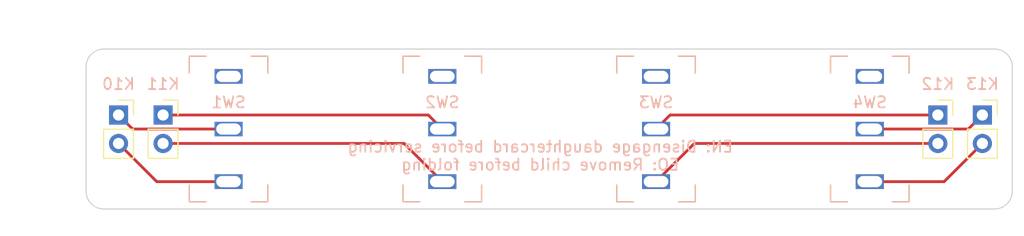
<source format=kicad_pcb>
(kicad_pcb (version 20211014) (generator pcbnew)
  (layers (0 "F.Cu" signal) (31 "B.Cu" signal) (34 "B.Paste" user) (35 "F.Paste" user) (36 "B.SilkS" user "B.Silkscreen") (37 "F.SilkS" user "F.Silkscreen") (38 "B.Mask" user) (39 "F.Mask" user) (44 "Edge.Cuts" user))
  (net 0 "")
  (net 1 "Net-(K10-Pad1)")
  (net 2 "Net-(K10-Pad2)")
  (net 3 "Net-(K11-Pad1)")
  (net 4 "Net-(K12-Pad1)")
  (net 5 "Net-(K13-Pad1)")
  (net 6 "Net-(SW2-Pad3)")
  (net 7 "Net-(SW3-Pad3)")
  (net 8 "Net-(SW4-Pad3)")
  (footprint "EDI:T8013-Z1BQ" (layer "F.Cu") (at 137.3101 65.8771)
    (fp_text reference "SW3" (at 0 -2.3811 unlocked) (layer "B.SilkS") (effects (justify mirror)))
    (fp_text value "SW_SPDT")
    (fp_line (start 3.5 -6.5) (end 3.5 -5) (layer "B.SilkS") (width 0.12))
    (fp_line (start -3.5 -6.5) (end -2 -6.5) (layer "B.SilkS") (width 0.12))
    (fp_line (start 3.5 5) (end 3.5 6.5) (layer "B.SilkS") (width 0.12))
    (fp_line (start -3.5 -5) (end -3.5 -6.5) (layer "B.SilkS") (width 0.12))
    (fp_line (start -3.5 6.5) (end -3.5 5) (layer "B.SilkS") (width 0.12))
    (fp_line (start 3.5 6.5) (end 2 6.5) (layer "B.SilkS") (width 0.12))
    (fp_line (start -2 6.5) (end -3.5 6.5) (layer "B.SilkS") (width 0.12))
    (fp_line (start 3.5 -6.5) (end 2 -6.5) (layer "B.SilkS") (width 0.12))
    (fp_line (start 3.5 6.5) (end 3.5 5) (layer "F.SilkS") (width 0.12))
    (fp_line (start -3.5 -6.5) (end -2 -6.5) (layer "F.SilkS") (width 0.12))
    (fp_line (start 3.5 -5) (end 3.5 -6.5) (layer "F.SilkS") (width 0.12))
    (fp_line (start -3.5 -6.5) (end -3.5 -5) (layer "F.SilkS") (width 0.12))
    (fp_line (start 3.5 -6.5) (end 2 -6.5) (layer "F.SilkS") (width 0.12))
    (fp_line (start -3.5 5) (end -3.5 6.5) (layer "F.SilkS") (width 0.12))
    (fp_line (start 2 6.5) (end 3.5 6.5) (layer "F.SilkS") (width 0.12))
    (fp_line (start -3.5 6.5) (end -2 6.5) (layer "F.SilkS") (width 0.12))
    (pad "1" thru_hole rect (at 0 -4.7) (size 2.5 1.3) (drill oval 2.2 1) (layers *.Cu *.Mask))
    (pad "2" thru_hole rect (at 0 0) (size 2.5 1.3) (drill oval 2.2 1) (layers *.Cu *.Mask) (net 4 "Net-(K12-Pad1)"))
    (pad "3" thru_hole rect (at 0 4.7) (size 2.5 1.3) (drill oval 2.2 1) (layers *.Cu *.Mask) (net 7 "Net-(SW3-Pad3)"))
  )
  (footprint "Connector_PinSocket_2.54mm:PinSocket_1x02_P2.54mm_Vertical" (layer "F.Cu") (at 162.4265 64.6271)
    (fp_text reference "K12" (at 0 -2.77) (layer "B.SilkS") (effects (justify mirror)))
    (fp_text value "Jump Out")
    (fp_line (start 1.33 1.27) (end 1.33 3.87) (layer "F.SilkS") (width 0.12))
    (fp_line (start -1.33 1.27) (end -1.33 3.87) (layer "F.SilkS") (width 0.12))
    (fp_line (start -1.33 1.27) (end 1.33 1.27) (layer "F.SilkS") (width 0.12))
    (fp_line (start 0 -1.33) (end 1.33 -1.33) (layer "F.SilkS") (width 0.12))
    (fp_line (start 1.33 -1.33) (end 1.33 0) (layer "F.SilkS") (width 0.12))
    (fp_line (start -1.33 3.87) (end 1.33 3.87) (layer "F.SilkS") (width 0.12))
    (pad "1" thru_hole rect locked (at 0 0) (size 1.7 1.7) (drill 1) (layers *.Cu *.Mask) (net 4 "Net-(K12-Pad1)"))
    (pad "2" thru_hole oval locked (at 0 2.54) (size 1.7 1.7) (drill 1) (layers *.Cu *.Mask) (net 7 "Net-(SW3-Pad3)"))
  )
  (footprint "EDI:T8013-Z1BQ" (layer "F.Cu") (at 156.3589 65.8771)
    (fp_text reference "SW4" (at 0 -2.3811 unlocked) (layer "B.SilkS") (effects (justify mirror)))
    (fp_text value "SW_SPDT")
    (fp_line (start 3.5 -6.5) (end 3.5 -5) (layer "B.SilkS") (width 0.12))
    (fp_line (start -2 6.5) (end -3.5 6.5) (layer "B.SilkS") (width 0.12))
    (fp_line (start 3.5 5) (end 3.5 6.5) (layer "B.SilkS") (width 0.12))
    (fp_line (start -3.5 -5) (end -3.5 -6.5) (layer "B.SilkS") (width 0.12))
    (fp_line (start 3.5 6.5) (end 2 6.5) (layer "B.SilkS") (width 0.12))
    (fp_line (start -3.5 6.5) (end -3.5 5) (layer "B.SilkS") (width 0.12))
    (fp_line (start 3.5 -6.5) (end 2 -6.5) (layer "B.SilkS") (width 0.12))
    (fp_line (start -3.5 -6.5) (end -2 -6.5) (layer "B.SilkS") (width 0.12))
    (fp_line (start -3.5 -6.5) (end -2 -6.5) (layer "F.SilkS") (width 0.12))
    (fp_line (start 3.5 -5) (end 3.5 -6.5) (layer "F.SilkS") (width 0.12))
    (fp_line (start -3.5 -6.5) (end -3.5 -5) (layer "F.SilkS") (width 0.12))
    (fp_line (start -3.5 6.5) (end -2 6.5) (layer "F.SilkS") (width 0.12))
    (fp_line (start 3.5 6.5) (end 3.5 5) (layer "F.SilkS") (width 0.12))
    (fp_line (start -3.5 5) (end -3.5 6.5) (layer "F.SilkS") (width 0.12))
    (fp_line (start 2 6.5) (end 3.5 6.5) (layer "F.SilkS") (width 0.12))
    (fp_line (start 3.5 -6.5) (end 2 -6.5) (layer "F.SilkS") (width 0.12))
    (pad "1" thru_hole rect (at 0 -4.7) (size 2.5 1.3) (drill oval 2.2 1) (layers *.Cu *.Mask))
    (pad "2" thru_hole rect (at 0 0) (size 2.5 1.3) (drill oval 2.2 1) (layers *.Cu *.Mask) (net 5 "Net-(K13-Pad1)"))
    (pad "3" thru_hole rect (at 0 4.7) (size 2.5 1.3) (drill oval 2.2 1) (layers *.Cu *.Mask) (net 8 "Net-(SW4-Pad3)"))
  )
  (footprint "EDI:T8013-Z1BQ" (layer "F.Cu") (at 99.2125 65.8771)
    (fp_text reference "SW1" (at 0 -2.3811 unlocked) (layer "B.SilkS") (effects (justify mirror)))
    (fp_text value "SW_SPDT")
    (fp_line (start 3.5 5) (end 3.5 6.5) (layer "B.SilkS") (width 0.12))
    (fp_line (start 3.5 -6.5) (end 3.5 -5) (layer "B.SilkS") (width 0.12))
    (fp_line (start 3.5 6.5) (end 2 6.5) (layer "B.SilkS") (width 0.12))
    (fp_line (start -2 6.5) (end -3.5 6.5) (layer "B.SilkS") (width 0.12))
    (fp_line (start -3.5 -5) (end -3.5 -6.5) (layer "B.SilkS") (width 0.12))
    (fp_line (start 3.5 -6.5) (end 2 -6.5) (layer "B.SilkS") (width 0.12))
    (fp_line (start -3.5 -6.5) (end -2 -6.5) (layer "B.SilkS") (width 0.12))
    (fp_line (start -3.5 6.5) (end -3.5 5) (layer "B.SilkS") (width 0.12))
    (fp_line (start 3.5 -6.5) (end 2 -6.5) (layer "F.SilkS") (width 0.12))
    (fp_line (start -3.5 6.5) (end -2 6.5) (layer "F.SilkS") (width 0.12))
    (fp_line (start 2 6.5) (end 3.5 6.5) (layer "F.SilkS") (width 0.12))
    (fp_line (start -3.5 -6.5) (end -2 -6.5) (layer "F.SilkS") (width 0.12))
    (fp_line (start 3.5 -5) (end 3.5 -6.5) (layer "F.SilkS") (width 0.12))
    (fp_line (start -3.5 -6.5) (end -3.5 -5) (layer "F.SilkS") (width 0.12))
    (fp_line (start -3.5 5) (end -3.5 6.5) (layer "F.SilkS") (width 0.12))
    (fp_line (start 3.5 6.5) (end 3.5 5) (layer "F.SilkS") (width 0.12))
    (pad "1" thru_hole rect (at 0 -4.7) (size 2.5 1.3) (drill oval 2.2 1) (layers *.Cu *.Mask))
    (pad "2" thru_hole rect (at 0 0) (size 2.5 1.3) (drill oval 2.2 1) (layers *.Cu *.Mask) (net 1 "Net-(K10-Pad1)"))
    (pad "3" thru_hole rect (at 0 4.7) (size 2.5 1.3) (drill oval 2.2 1) (layers *.Cu *.Mask) (net 2 "Net-(K10-Pad2)"))
  )
  (footprint "EDI:T8013-Z1BQ" (layer "F.Cu") (at 118.2613 65.8771)
    (fp_text reference "SW2" (at 0 -2.3811 unlocked) (layer "B.SilkS") (effects (justify mirror)))
    (fp_text value "SW_SPDT")
    (fp_line (start -3.5 6.5) (end -3.5 5) (layer "B.SilkS") (width 0.12))
    (fp_line (start -3.5 -6.5) (end -2 -6.5) (layer "B.SilkS") (width 0.12))
    (fp_line (start 3.5 -6.5) (end 3.5 -5) (layer "B.SilkS") (width 0.12))
    (fp_line (start -3.5 -5) (end -3.5 -6.5) (layer "B.SilkS") (width 0.12))
    (fp_line (start -2 6.5) (end -3.5 6.5) (layer "B.SilkS") (width 0.12))
    (fp_line (start 3.5 5) (end 3.5 6.5) (layer "B.SilkS") (width 0.12))
    (fp_line (start 3.5 -6.5) (end 2 -6.5) (layer "B.SilkS") (width 0.12))
    (fp_line (start 3.5 6.5) (end 2 6.5) (layer "B.SilkS") (width 0.12))
    (fp_line (start -3.5 -6.5) (end -3.5 -5) (layer "F.SilkS") (width 0.12))
    (fp_line (start 3.5 -5) (end 3.5 -6.5) (layer "F.SilkS") (width 0.12))
    (fp_line (start -3.5 6.5) (end -2 6.5) (layer "F.SilkS") (width 0.12))
    (fp_line (start 2 6.5) (end 3.5 6.5) (layer "F.SilkS") (width 0.12))
    (fp_line (start -3.5 5) (end -3.5 6.5) (layer "F.SilkS") (width 0.12))
    (fp_line (start 3.5 -6.5) (end 2 -6.5) (layer "F.SilkS") (width 0.12))
    (fp_line (start 3.5 6.5) (end 3.5 5) (layer "F.SilkS") (width 0.12))
    (fp_line (start -3.5 -6.5) (end -2 -6.5) (layer "F.SilkS") (width 0.12))
    (pad "1" thru_hole rect (at 0 -4.7) (size 2.5 1.3) (drill oval 2.2 1) (layers *.Cu *.Mask))
    (pad "2" thru_hole rect (at 0 0) (size 2.5 1.3) (drill oval 2.2 1) (layers *.Cu *.Mask) (net 3 "Net-(K11-Pad1)"))
    (pad "3" thru_hole rect (at 0 4.7) (size 2.5 1.3) (drill oval 2.2 1) (layers *.Cu *.Mask) (net 6 "Net-(SW2-Pad3)"))
  )
  (footprint "Connector_PinSocket_2.54mm:PinSocket_1x02_P2.54mm_Vertical" (layer "F.Cu") (at 166.395 64.6271)
    (fp_text reference "K13" (at 0 -2.77) (layer "B.SilkS") (effects (justify mirror)))
    (fp_text value "Jump Out")
    (fp_line (start 0 -1.33) (end 1.33 -1.33) (layer "F.SilkS") (width 0.12))
    (fp_line (start 1.33 1.27) (end 1.33 3.87) (layer "F.SilkS") (width 0.12))
    (fp_line (start -1.33 1.27) (end 1.33 1.27) (layer "F.SilkS") (width 0.12))
    (fp_line (start -1.33 1.27) (end -1.33 3.87) (layer "F.SilkS") (width 0.12))
    (fp_line (start 1.33 -1.33) (end 1.33 0) (layer "F.SilkS") (width 0.12))
    (fp_line (start -1.33 3.87) (end 1.33 3.87) (layer "F.SilkS") (width 0.12))
    (pad "1" thru_hole rect locked (at 0 0) (size 1.7 1.7) (drill 1) (layers *.Cu *.Mask) (net 5 "Net-(K13-Pad1)"))
    (pad "2" thru_hole oval locked (at 0 2.54) (size 1.7 1.7) (drill 1) (layers *.Cu *.Mask) (net 8 "Net-(SW4-Pad3)"))
  )
  (footprint "Connector_PinSocket_2.54mm:PinSocket_1x02_P2.54mm_Vertical" (layer "F.Cu") (at 93.374 64.6271)
    (fp_text reference "K11" (at 0 -2.77) (layer "B.SilkS") (effects (justify mirror)))
    (fp_text value "Jump Out")
    (fp_line (start 1.33 -1.33) (end 1.33 0) (layer "F.SilkS") (width 0.12))
    (fp_line (start 0 -1.33) (end 1.33 -1.33) (layer "F.SilkS") (width 0.12))
    (fp_line (start 1.33 1.27) (end 1.33 3.87) (layer "F.SilkS") (width 0.12))
    (fp_line (start -1.33 1.27) (end -1.33 3.87) (layer "F.SilkS") (width 0.12))
    (fp_line (start -1.33 3.87) (end 1.33 3.87) (layer "F.SilkS") (width 0.12))
    (fp_line (start -1.33 1.27) (end 1.33 1.27) (layer "F.SilkS") (width 0.12))
    (pad "1" thru_hole rect locked (at 0 0) (size 1.7 1.7) (drill 1) (layers *.Cu *.Mask) (net 3 "Net-(K11-Pad1)"))
    (pad "2" thru_hole oval locked (at 0 2.54) (size 1.7 1.7) (drill 1) (layers *.Cu *.Mask) (net 6 "Net-(SW2-Pad3)"))
  )
  (footprint "Connector_PinSocket_2.54mm:PinSocket_1x02_P2.54mm_Vertical" (layer "F.Cu") (at 89.4055 64.6271)
    (fp_text reference "K10" (at 0 -2.77) (layer "B.SilkS") (effects (justify mirror)))
    (fp_text value "Jump Out")
    (fp_line (start 1.33 1.27) (end 1.33 3.87) (layer "F.SilkS") (width 0.12))
    (fp_line (start -1.33 3.87) (end 1.33 3.87) (layer "F.SilkS") (width 0.12))
    (fp_line (start 0 -1.33) (end 1.33 -1.33) (layer "F.SilkS") (width 0.12))
    (fp_line (start -1.33 1.27) (end -1.33 3.87) (layer "F.SilkS") (width 0.12))
    (fp_line (start -1.33 1.27) (end 1.33 1.27) (layer "F.SilkS") (width 0.12))
    (fp_line (start 1.33 -1.33) (end 1.33 0) (layer "F.SilkS") (width 0.12))
    (pad "1" thru_hole rect locked (at 0 0) (size 1.7 1.7) (drill 1) (layers *.Cu *.Mask) (net 1 "Net-(K10-Pad1)"))
    (pad "2" thru_hole oval locked (at 0 2.54) (size 1.7 1.7) (drill 1) (layers *.Cu *.Mask) (net 2 "Net-(K10-Pad2)"))
  )
  (gr_arc (start 167.4707 58.7338) (mid 168.593161 59.198739) (end 169.0581 60.3212) (layer "Edge.Cuts") (width 0.1))
  (gr_line (start 86.5133 60.3212) (end 86.5133 71.432999) (layer "Edge.Cuts") (width 0.1))
  (gr_line (start 88.1007 58.7338) (end 167.4707 58.7338) (layer "Edge.Cuts") (width 0.1))
  (gr_line (start 169.0581 60.3212) (end 169.0581 71.433) (layer "Edge.Cuts") (width 0.1))
  (gr_arc (start 169.0581 71.433) (mid 168.593161 72.555461) (end 167.4707 73.0204) (layer "Edge.Cuts") (width 0.1))
  (gr_arc (start 88.1007 73.0204) (mid 86.978239 72.555461) (end 86.5133 71.432999) (layer "Edge.Cuts") (width 0.1))
  (gr_arc (start 86.5133 60.3212) (mid 86.978239 59.198739) (end 88.1007 58.7338) (layer "Edge.Cuts") (width 0.1))
  (gr_line (start 88.1007 73.0204) (end 167.4707 73.0204) (layer "Edge.Cuts") (width 0.1))
  (gr_text "EN: Disengage daughtercard before servicing\nEO: Remove child before folding" (at 126.992 68.2582) (layer "B.SilkS") (effects (font (size 1 1)) (justify mirror)))
  (segment (start 90.6555 65.8771) (end 99.2125 65.8771) (width 0.25) (layer "F.Cu") (net 1))
  (segment (start 89.4055 64.6271) (end 90.6555 65.8771) (width 0.25) (layer "F.Cu") (net 1))
  (segment (start 89.4055 67.1671) (end 92.8155 70.5771) (width 0.25) (layer "F.Cu") (net 2))
  (segment (start 92.8155 70.5771) (end 99.2125 70.5771) (width 0.25) (layer "F.Cu") (net 2))
  (segment (start 93.374 64.6271) (end 117.0113 64.6271) (width 0.25) (layer "F.Cu") (net 3))
  (segment (start 117.0113 64.6271) (end 118.2613 65.8771) (width 0.25) (layer "F.Cu") (net 3))
  (segment (start 162.4265 64.6271) (end 138.5601 64.6271) (width 0.25) (layer "F.Cu") (net 4))
  (segment (start 138.5601 64.6271) (end 137.3101 65.8771) (width 0.25) (layer "F.Cu") (net 4))
  (segment (start 166.395 64.6271) (end 165.145 65.8771) (width 0.25) (layer "F.Cu") (net 5))
  (segment (start 165.145 65.8771) (end 156.3589 65.8771) (width 0.25) (layer "F.Cu") (net 5))
  (segment (start 114.8513 67.1671) (end 118.2613 70.5771) (width 0.25) (layer "F.Cu") (net 6))
  (segment (start 93.374 67.1671) (end 114.8513 67.1671) (width 0.25) (layer "F.Cu") (net 6))
  (segment (start 140.7201 67.1671) (end 137.3101 70.5771) (width 0.25) (layer "F.Cu") (net 7))
  (segment (start 162.4265 67.1671) (end 140.7201 67.1671) (width 0.25) (layer "F.Cu") (net 7))
  (segment (start 166.395 67.1671) (end 162.985 70.5771) (width 0.25) (layer "F.Cu") (net 8))
  (segment (start 162.985 70.5771) (end 156.3589 70.5771) (width 0.25) (layer "F.Cu") (net 8))
)
</source>
